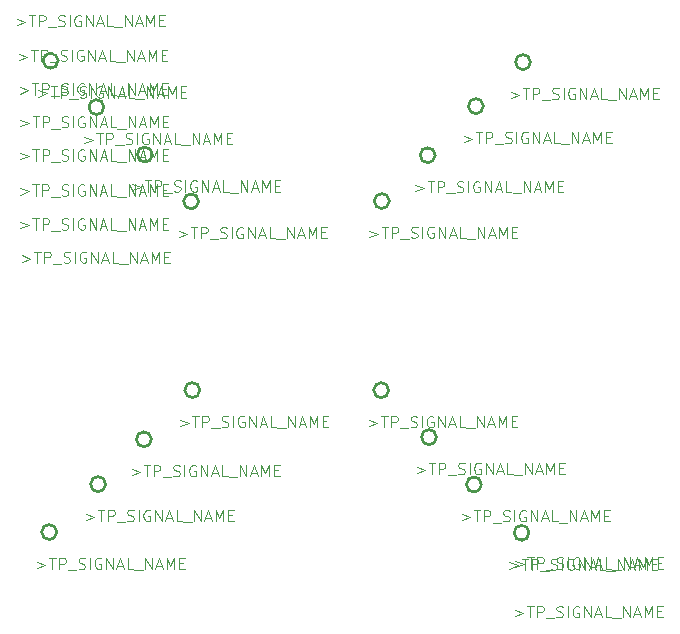
<source format=gbr>
G04 #@! TF.FileFunction,Other,Comment*
%FSLAX46Y46*%
G04 Gerber Fmt 4.6, Leading zero omitted, Abs format (unit mm)*
G04 Created by KiCad (PCBNEW 4.0.6) date 05/08/17 07:18:31*
%MOMM*%
%LPD*%
G01*
G04 APERTURE LIST*
%ADD10C,0.100000*%
%ADD11C,0.254000*%
%ADD12C,0.080000*%
G04 APERTURE END LIST*
D10*
D11*
X139346300Y-114031300D02*
G75*
G03X139346300Y-114031300I-635000J0D01*
G01*
X115206300Y-114212300D02*
G75*
G03X115206300Y-114212300I-635000J0D01*
G01*
X139235300Y-90162300D02*
G75*
G03X139235300Y-90162300I-635000J0D01*
G01*
X115285300Y-90102300D02*
G75*
G03X115285300Y-90102300I-635000J0D01*
G01*
X135301300Y-110058300D02*
G75*
G03X135301300Y-110058300I-635000J0D01*
G01*
X119309300Y-110046300D02*
G75*
G03X119309300Y-110046300I-635000J0D01*
G01*
X135350300Y-94041300D02*
G75*
G03X135350300Y-94041300I-635000J0D01*
G01*
X119203300Y-94067300D02*
G75*
G03X119203300Y-94067300I-635000J0D01*
G01*
X107309300Y-82154300D02*
G75*
G03X107309300Y-82154300I-635000J0D01*
G01*
X107190300Y-122067300D02*
G75*
G03X107190300Y-122067300I-635000J0D01*
G01*
X147187300Y-122128300D02*
G75*
G03X147187300Y-122128300I-635000J0D01*
G01*
X147304300Y-82278300D02*
G75*
G03X147304300Y-82278300I-635000J0D01*
G01*
X111186300Y-86090300D02*
G75*
G03X111186300Y-86090300I-635000J0D01*
G01*
X111331300Y-118013300D02*
G75*
G03X111331300Y-118013300I-635000J0D01*
G01*
X143150300Y-118040300D02*
G75*
G03X143150300Y-118040300I-635000J0D01*
G01*
X143315300Y-86008300D02*
G75*
G03X143315300Y-86008300I-635000J0D01*
G01*
D12*
X137667490Y-116527729D02*
X138391300Y-116799157D01*
X137667490Y-117070586D01*
X138707966Y-116211062D02*
X139250823Y-116211062D01*
X138979395Y-117161062D02*
X138979395Y-116211062D01*
X139567490Y-117161062D02*
X139567490Y-116211062D01*
X139929395Y-116211062D01*
X140019871Y-116256300D01*
X140065110Y-116301538D01*
X140110348Y-116392014D01*
X140110348Y-116527729D01*
X140065110Y-116618205D01*
X140019871Y-116663443D01*
X139929395Y-116708681D01*
X139567490Y-116708681D01*
X140291300Y-117251538D02*
X141015110Y-117251538D01*
X141196062Y-117115824D02*
X141331777Y-117161062D01*
X141557967Y-117161062D01*
X141648443Y-117115824D01*
X141693681Y-117070586D01*
X141738920Y-116980110D01*
X141738920Y-116889633D01*
X141693681Y-116799157D01*
X141648443Y-116753919D01*
X141557967Y-116708681D01*
X141377015Y-116663443D01*
X141286539Y-116618205D01*
X141241300Y-116572967D01*
X141196062Y-116482490D01*
X141196062Y-116392014D01*
X141241300Y-116301538D01*
X141286539Y-116256300D01*
X141377015Y-116211062D01*
X141603205Y-116211062D01*
X141738920Y-116256300D01*
X142146062Y-117161062D02*
X142146062Y-116211062D01*
X143096063Y-116256300D02*
X143005586Y-116211062D01*
X142869872Y-116211062D01*
X142734158Y-116256300D01*
X142643682Y-116346776D01*
X142598443Y-116437252D01*
X142553205Y-116618205D01*
X142553205Y-116753919D01*
X142598443Y-116934871D01*
X142643682Y-117025348D01*
X142734158Y-117115824D01*
X142869872Y-117161062D01*
X142960348Y-117161062D01*
X143096063Y-117115824D01*
X143141301Y-117070586D01*
X143141301Y-116753919D01*
X142960348Y-116753919D01*
X143548443Y-117161062D02*
X143548443Y-116211062D01*
X144091301Y-117161062D01*
X144091301Y-116211062D01*
X144498443Y-116889633D02*
X144950824Y-116889633D01*
X144407967Y-117161062D02*
X144724634Y-116211062D01*
X145041301Y-117161062D01*
X145810348Y-117161062D02*
X145357967Y-117161062D01*
X145357967Y-116211062D01*
X145900825Y-117251538D02*
X146624635Y-117251538D01*
X146850825Y-117161062D02*
X146850825Y-116211062D01*
X147393683Y-117161062D01*
X147393683Y-116211062D01*
X147800825Y-116889633D02*
X148253206Y-116889633D01*
X147710349Y-117161062D02*
X148027016Y-116211062D01*
X148343683Y-117161062D01*
X148660349Y-117161062D02*
X148660349Y-116211062D01*
X148977016Y-116889633D01*
X149293683Y-116211062D01*
X149293683Y-117161062D01*
X149746063Y-116663443D02*
X150062730Y-116663443D01*
X150198444Y-117161062D02*
X149746063Y-117161062D01*
X149746063Y-116211062D01*
X150198444Y-116211062D01*
X113527490Y-116708729D02*
X114251300Y-116980157D01*
X113527490Y-117251586D01*
X114567966Y-116392062D02*
X115110823Y-116392062D01*
X114839395Y-117342062D02*
X114839395Y-116392062D01*
X115427490Y-117342062D02*
X115427490Y-116392062D01*
X115789395Y-116392062D01*
X115879871Y-116437300D01*
X115925110Y-116482538D01*
X115970348Y-116573014D01*
X115970348Y-116708729D01*
X115925110Y-116799205D01*
X115879871Y-116844443D01*
X115789395Y-116889681D01*
X115427490Y-116889681D01*
X116151300Y-117432538D02*
X116875110Y-117432538D01*
X117056062Y-117296824D02*
X117191777Y-117342062D01*
X117417967Y-117342062D01*
X117508443Y-117296824D01*
X117553681Y-117251586D01*
X117598920Y-117161110D01*
X117598920Y-117070633D01*
X117553681Y-116980157D01*
X117508443Y-116934919D01*
X117417967Y-116889681D01*
X117237015Y-116844443D01*
X117146539Y-116799205D01*
X117101300Y-116753967D01*
X117056062Y-116663490D01*
X117056062Y-116573014D01*
X117101300Y-116482538D01*
X117146539Y-116437300D01*
X117237015Y-116392062D01*
X117463205Y-116392062D01*
X117598920Y-116437300D01*
X118006062Y-117342062D02*
X118006062Y-116392062D01*
X118956063Y-116437300D02*
X118865586Y-116392062D01*
X118729872Y-116392062D01*
X118594158Y-116437300D01*
X118503682Y-116527776D01*
X118458443Y-116618252D01*
X118413205Y-116799205D01*
X118413205Y-116934919D01*
X118458443Y-117115871D01*
X118503682Y-117206348D01*
X118594158Y-117296824D01*
X118729872Y-117342062D01*
X118820348Y-117342062D01*
X118956063Y-117296824D01*
X119001301Y-117251586D01*
X119001301Y-116934919D01*
X118820348Y-116934919D01*
X119408443Y-117342062D02*
X119408443Y-116392062D01*
X119951301Y-117342062D01*
X119951301Y-116392062D01*
X120358443Y-117070633D02*
X120810824Y-117070633D01*
X120267967Y-117342062D02*
X120584634Y-116392062D01*
X120901301Y-117342062D01*
X121670348Y-117342062D02*
X121217967Y-117342062D01*
X121217967Y-116392062D01*
X121760825Y-117432538D02*
X122484635Y-117432538D01*
X122710825Y-117342062D02*
X122710825Y-116392062D01*
X123253683Y-117342062D01*
X123253683Y-116392062D01*
X123660825Y-117070633D02*
X124113206Y-117070633D01*
X123570349Y-117342062D02*
X123887016Y-116392062D01*
X124203683Y-117342062D01*
X124520349Y-117342062D02*
X124520349Y-116392062D01*
X124837016Y-117070633D01*
X125153683Y-116392062D01*
X125153683Y-117342062D01*
X125606063Y-116844443D02*
X125922730Y-116844443D01*
X126058444Y-117342062D02*
X125606063Y-117342062D01*
X125606063Y-116392062D01*
X126058444Y-116392062D01*
X137556490Y-92658729D02*
X138280300Y-92930157D01*
X137556490Y-93201586D01*
X138596966Y-92342062D02*
X139139823Y-92342062D01*
X138868395Y-93292062D02*
X138868395Y-92342062D01*
X139456490Y-93292062D02*
X139456490Y-92342062D01*
X139818395Y-92342062D01*
X139908871Y-92387300D01*
X139954110Y-92432538D01*
X139999348Y-92523014D01*
X139999348Y-92658729D01*
X139954110Y-92749205D01*
X139908871Y-92794443D01*
X139818395Y-92839681D01*
X139456490Y-92839681D01*
X140180300Y-93382538D02*
X140904110Y-93382538D01*
X141085062Y-93246824D02*
X141220777Y-93292062D01*
X141446967Y-93292062D01*
X141537443Y-93246824D01*
X141582681Y-93201586D01*
X141627920Y-93111110D01*
X141627920Y-93020633D01*
X141582681Y-92930157D01*
X141537443Y-92884919D01*
X141446967Y-92839681D01*
X141266015Y-92794443D01*
X141175539Y-92749205D01*
X141130300Y-92703967D01*
X141085062Y-92613490D01*
X141085062Y-92523014D01*
X141130300Y-92432538D01*
X141175539Y-92387300D01*
X141266015Y-92342062D01*
X141492205Y-92342062D01*
X141627920Y-92387300D01*
X142035062Y-93292062D02*
X142035062Y-92342062D01*
X142985063Y-92387300D02*
X142894586Y-92342062D01*
X142758872Y-92342062D01*
X142623158Y-92387300D01*
X142532682Y-92477776D01*
X142487443Y-92568252D01*
X142442205Y-92749205D01*
X142442205Y-92884919D01*
X142487443Y-93065871D01*
X142532682Y-93156348D01*
X142623158Y-93246824D01*
X142758872Y-93292062D01*
X142849348Y-93292062D01*
X142985063Y-93246824D01*
X143030301Y-93201586D01*
X143030301Y-92884919D01*
X142849348Y-92884919D01*
X143437443Y-93292062D02*
X143437443Y-92342062D01*
X143980301Y-93292062D01*
X143980301Y-92342062D01*
X144387443Y-93020633D02*
X144839824Y-93020633D01*
X144296967Y-93292062D02*
X144613634Y-92342062D01*
X144930301Y-93292062D01*
X145699348Y-93292062D02*
X145246967Y-93292062D01*
X145246967Y-92342062D01*
X145789825Y-93382538D02*
X146513635Y-93382538D01*
X146739825Y-93292062D02*
X146739825Y-92342062D01*
X147282683Y-93292062D01*
X147282683Y-92342062D01*
X147689825Y-93020633D02*
X148142206Y-93020633D01*
X147599349Y-93292062D02*
X147916016Y-92342062D01*
X148232683Y-93292062D01*
X148549349Y-93292062D02*
X148549349Y-92342062D01*
X148866016Y-93020633D01*
X149182683Y-92342062D01*
X149182683Y-93292062D01*
X149635063Y-92794443D02*
X149951730Y-92794443D01*
X150087444Y-93292062D02*
X149635063Y-93292062D01*
X149635063Y-92342062D01*
X150087444Y-92342062D01*
X113606490Y-92598729D02*
X114330300Y-92870157D01*
X113606490Y-93141586D01*
X114646966Y-92282062D02*
X115189823Y-92282062D01*
X114918395Y-93232062D02*
X114918395Y-92282062D01*
X115506490Y-93232062D02*
X115506490Y-92282062D01*
X115868395Y-92282062D01*
X115958871Y-92327300D01*
X116004110Y-92372538D01*
X116049348Y-92463014D01*
X116049348Y-92598729D01*
X116004110Y-92689205D01*
X115958871Y-92734443D01*
X115868395Y-92779681D01*
X115506490Y-92779681D01*
X116230300Y-93322538D02*
X116954110Y-93322538D01*
X117135062Y-93186824D02*
X117270777Y-93232062D01*
X117496967Y-93232062D01*
X117587443Y-93186824D01*
X117632681Y-93141586D01*
X117677920Y-93051110D01*
X117677920Y-92960633D01*
X117632681Y-92870157D01*
X117587443Y-92824919D01*
X117496967Y-92779681D01*
X117316015Y-92734443D01*
X117225539Y-92689205D01*
X117180300Y-92643967D01*
X117135062Y-92553490D01*
X117135062Y-92463014D01*
X117180300Y-92372538D01*
X117225539Y-92327300D01*
X117316015Y-92282062D01*
X117542205Y-92282062D01*
X117677920Y-92327300D01*
X118085062Y-93232062D02*
X118085062Y-92282062D01*
X119035063Y-92327300D02*
X118944586Y-92282062D01*
X118808872Y-92282062D01*
X118673158Y-92327300D01*
X118582682Y-92417776D01*
X118537443Y-92508252D01*
X118492205Y-92689205D01*
X118492205Y-92824919D01*
X118537443Y-93005871D01*
X118582682Y-93096348D01*
X118673158Y-93186824D01*
X118808872Y-93232062D01*
X118899348Y-93232062D01*
X119035063Y-93186824D01*
X119080301Y-93141586D01*
X119080301Y-92824919D01*
X118899348Y-92824919D01*
X119487443Y-93232062D02*
X119487443Y-92282062D01*
X120030301Y-93232062D01*
X120030301Y-92282062D01*
X120437443Y-92960633D02*
X120889824Y-92960633D01*
X120346967Y-93232062D02*
X120663634Y-92282062D01*
X120980301Y-93232062D01*
X121749348Y-93232062D02*
X121296967Y-93232062D01*
X121296967Y-92282062D01*
X121839825Y-93322538D02*
X122563635Y-93322538D01*
X122789825Y-93232062D02*
X122789825Y-92282062D01*
X123332683Y-93232062D01*
X123332683Y-92282062D01*
X123739825Y-92960633D02*
X124192206Y-92960633D01*
X123649349Y-93232062D02*
X123966016Y-92282062D01*
X124282683Y-93232062D01*
X124599349Y-93232062D02*
X124599349Y-92282062D01*
X124916016Y-92960633D01*
X125232683Y-92282062D01*
X125232683Y-93232062D01*
X125685063Y-92734443D02*
X126001730Y-92734443D01*
X126137444Y-93232062D02*
X125685063Y-93232062D01*
X125685063Y-92282062D01*
X126137444Y-92282062D01*
X133622490Y-112554729D02*
X134346300Y-112826157D01*
X133622490Y-113097586D01*
X134662966Y-112238062D02*
X135205823Y-112238062D01*
X134934395Y-113188062D02*
X134934395Y-112238062D01*
X135522490Y-113188062D02*
X135522490Y-112238062D01*
X135884395Y-112238062D01*
X135974871Y-112283300D01*
X136020110Y-112328538D01*
X136065348Y-112419014D01*
X136065348Y-112554729D01*
X136020110Y-112645205D01*
X135974871Y-112690443D01*
X135884395Y-112735681D01*
X135522490Y-112735681D01*
X136246300Y-113278538D02*
X136970110Y-113278538D01*
X137151062Y-113142824D02*
X137286777Y-113188062D01*
X137512967Y-113188062D01*
X137603443Y-113142824D01*
X137648681Y-113097586D01*
X137693920Y-113007110D01*
X137693920Y-112916633D01*
X137648681Y-112826157D01*
X137603443Y-112780919D01*
X137512967Y-112735681D01*
X137332015Y-112690443D01*
X137241539Y-112645205D01*
X137196300Y-112599967D01*
X137151062Y-112509490D01*
X137151062Y-112419014D01*
X137196300Y-112328538D01*
X137241539Y-112283300D01*
X137332015Y-112238062D01*
X137558205Y-112238062D01*
X137693920Y-112283300D01*
X138101062Y-113188062D02*
X138101062Y-112238062D01*
X139051063Y-112283300D02*
X138960586Y-112238062D01*
X138824872Y-112238062D01*
X138689158Y-112283300D01*
X138598682Y-112373776D01*
X138553443Y-112464252D01*
X138508205Y-112645205D01*
X138508205Y-112780919D01*
X138553443Y-112961871D01*
X138598682Y-113052348D01*
X138689158Y-113142824D01*
X138824872Y-113188062D01*
X138915348Y-113188062D01*
X139051063Y-113142824D01*
X139096301Y-113097586D01*
X139096301Y-112780919D01*
X138915348Y-112780919D01*
X139503443Y-113188062D02*
X139503443Y-112238062D01*
X140046301Y-113188062D01*
X140046301Y-112238062D01*
X140453443Y-112916633D02*
X140905824Y-112916633D01*
X140362967Y-113188062D02*
X140679634Y-112238062D01*
X140996301Y-113188062D01*
X141765348Y-113188062D02*
X141312967Y-113188062D01*
X141312967Y-112238062D01*
X141855825Y-113278538D02*
X142579635Y-113278538D01*
X142805825Y-113188062D02*
X142805825Y-112238062D01*
X143348683Y-113188062D01*
X143348683Y-112238062D01*
X143755825Y-112916633D02*
X144208206Y-112916633D01*
X143665349Y-113188062D02*
X143982016Y-112238062D01*
X144298683Y-113188062D01*
X144615349Y-113188062D02*
X144615349Y-112238062D01*
X144932016Y-112916633D01*
X145248683Y-112238062D01*
X145248683Y-113188062D01*
X145701063Y-112690443D02*
X146017730Y-112690443D01*
X146153444Y-113188062D02*
X145701063Y-113188062D01*
X145701063Y-112238062D01*
X146153444Y-112238062D01*
X117630490Y-112542729D02*
X118354300Y-112814157D01*
X117630490Y-113085586D01*
X118670966Y-112226062D02*
X119213823Y-112226062D01*
X118942395Y-113176062D02*
X118942395Y-112226062D01*
X119530490Y-113176062D02*
X119530490Y-112226062D01*
X119892395Y-112226062D01*
X119982871Y-112271300D01*
X120028110Y-112316538D01*
X120073348Y-112407014D01*
X120073348Y-112542729D01*
X120028110Y-112633205D01*
X119982871Y-112678443D01*
X119892395Y-112723681D01*
X119530490Y-112723681D01*
X120254300Y-113266538D02*
X120978110Y-113266538D01*
X121159062Y-113130824D02*
X121294777Y-113176062D01*
X121520967Y-113176062D01*
X121611443Y-113130824D01*
X121656681Y-113085586D01*
X121701920Y-112995110D01*
X121701920Y-112904633D01*
X121656681Y-112814157D01*
X121611443Y-112768919D01*
X121520967Y-112723681D01*
X121340015Y-112678443D01*
X121249539Y-112633205D01*
X121204300Y-112587967D01*
X121159062Y-112497490D01*
X121159062Y-112407014D01*
X121204300Y-112316538D01*
X121249539Y-112271300D01*
X121340015Y-112226062D01*
X121566205Y-112226062D01*
X121701920Y-112271300D01*
X122109062Y-113176062D02*
X122109062Y-112226062D01*
X123059063Y-112271300D02*
X122968586Y-112226062D01*
X122832872Y-112226062D01*
X122697158Y-112271300D01*
X122606682Y-112361776D01*
X122561443Y-112452252D01*
X122516205Y-112633205D01*
X122516205Y-112768919D01*
X122561443Y-112949871D01*
X122606682Y-113040348D01*
X122697158Y-113130824D01*
X122832872Y-113176062D01*
X122923348Y-113176062D01*
X123059063Y-113130824D01*
X123104301Y-113085586D01*
X123104301Y-112768919D01*
X122923348Y-112768919D01*
X123511443Y-113176062D02*
X123511443Y-112226062D01*
X124054301Y-113176062D01*
X124054301Y-112226062D01*
X124461443Y-112904633D02*
X124913824Y-112904633D01*
X124370967Y-113176062D02*
X124687634Y-112226062D01*
X125004301Y-113176062D01*
X125773348Y-113176062D02*
X125320967Y-113176062D01*
X125320967Y-112226062D01*
X125863825Y-113266538D02*
X126587635Y-113266538D01*
X126813825Y-113176062D02*
X126813825Y-112226062D01*
X127356683Y-113176062D01*
X127356683Y-112226062D01*
X127763825Y-112904633D02*
X128216206Y-112904633D01*
X127673349Y-113176062D02*
X127990016Y-112226062D01*
X128306683Y-113176062D01*
X128623349Y-113176062D02*
X128623349Y-112226062D01*
X128940016Y-112904633D01*
X129256683Y-112226062D01*
X129256683Y-113176062D01*
X129709063Y-112678443D02*
X130025730Y-112678443D01*
X130161444Y-113176062D02*
X129709063Y-113176062D01*
X129709063Y-112226062D01*
X130161444Y-112226062D01*
X133671490Y-96537729D02*
X134395300Y-96809157D01*
X133671490Y-97080586D01*
X134711966Y-96221062D02*
X135254823Y-96221062D01*
X134983395Y-97171062D02*
X134983395Y-96221062D01*
X135571490Y-97171062D02*
X135571490Y-96221062D01*
X135933395Y-96221062D01*
X136023871Y-96266300D01*
X136069110Y-96311538D01*
X136114348Y-96402014D01*
X136114348Y-96537729D01*
X136069110Y-96628205D01*
X136023871Y-96673443D01*
X135933395Y-96718681D01*
X135571490Y-96718681D01*
X136295300Y-97261538D02*
X137019110Y-97261538D01*
X137200062Y-97125824D02*
X137335777Y-97171062D01*
X137561967Y-97171062D01*
X137652443Y-97125824D01*
X137697681Y-97080586D01*
X137742920Y-96990110D01*
X137742920Y-96899633D01*
X137697681Y-96809157D01*
X137652443Y-96763919D01*
X137561967Y-96718681D01*
X137381015Y-96673443D01*
X137290539Y-96628205D01*
X137245300Y-96582967D01*
X137200062Y-96492490D01*
X137200062Y-96402014D01*
X137245300Y-96311538D01*
X137290539Y-96266300D01*
X137381015Y-96221062D01*
X137607205Y-96221062D01*
X137742920Y-96266300D01*
X138150062Y-97171062D02*
X138150062Y-96221062D01*
X139100063Y-96266300D02*
X139009586Y-96221062D01*
X138873872Y-96221062D01*
X138738158Y-96266300D01*
X138647682Y-96356776D01*
X138602443Y-96447252D01*
X138557205Y-96628205D01*
X138557205Y-96763919D01*
X138602443Y-96944871D01*
X138647682Y-97035348D01*
X138738158Y-97125824D01*
X138873872Y-97171062D01*
X138964348Y-97171062D01*
X139100063Y-97125824D01*
X139145301Y-97080586D01*
X139145301Y-96763919D01*
X138964348Y-96763919D01*
X139552443Y-97171062D02*
X139552443Y-96221062D01*
X140095301Y-97171062D01*
X140095301Y-96221062D01*
X140502443Y-96899633D02*
X140954824Y-96899633D01*
X140411967Y-97171062D02*
X140728634Y-96221062D01*
X141045301Y-97171062D01*
X141814348Y-97171062D02*
X141361967Y-97171062D01*
X141361967Y-96221062D01*
X141904825Y-97261538D02*
X142628635Y-97261538D01*
X142854825Y-97171062D02*
X142854825Y-96221062D01*
X143397683Y-97171062D01*
X143397683Y-96221062D01*
X143804825Y-96899633D02*
X144257206Y-96899633D01*
X143714349Y-97171062D02*
X144031016Y-96221062D01*
X144347683Y-97171062D01*
X144664349Y-97171062D02*
X144664349Y-96221062D01*
X144981016Y-96899633D01*
X145297683Y-96221062D01*
X145297683Y-97171062D01*
X145750063Y-96673443D02*
X146066730Y-96673443D01*
X146202444Y-97171062D02*
X145750063Y-97171062D01*
X145750063Y-96221062D01*
X146202444Y-96221062D01*
X117524490Y-96563729D02*
X118248300Y-96835157D01*
X117524490Y-97106586D01*
X118564966Y-96247062D02*
X119107823Y-96247062D01*
X118836395Y-97197062D02*
X118836395Y-96247062D01*
X119424490Y-97197062D02*
X119424490Y-96247062D01*
X119786395Y-96247062D01*
X119876871Y-96292300D01*
X119922110Y-96337538D01*
X119967348Y-96428014D01*
X119967348Y-96563729D01*
X119922110Y-96654205D01*
X119876871Y-96699443D01*
X119786395Y-96744681D01*
X119424490Y-96744681D01*
X120148300Y-97287538D02*
X120872110Y-97287538D01*
X121053062Y-97151824D02*
X121188777Y-97197062D01*
X121414967Y-97197062D01*
X121505443Y-97151824D01*
X121550681Y-97106586D01*
X121595920Y-97016110D01*
X121595920Y-96925633D01*
X121550681Y-96835157D01*
X121505443Y-96789919D01*
X121414967Y-96744681D01*
X121234015Y-96699443D01*
X121143539Y-96654205D01*
X121098300Y-96608967D01*
X121053062Y-96518490D01*
X121053062Y-96428014D01*
X121098300Y-96337538D01*
X121143539Y-96292300D01*
X121234015Y-96247062D01*
X121460205Y-96247062D01*
X121595920Y-96292300D01*
X122003062Y-97197062D02*
X122003062Y-96247062D01*
X122953063Y-96292300D02*
X122862586Y-96247062D01*
X122726872Y-96247062D01*
X122591158Y-96292300D01*
X122500682Y-96382776D01*
X122455443Y-96473252D01*
X122410205Y-96654205D01*
X122410205Y-96789919D01*
X122455443Y-96970871D01*
X122500682Y-97061348D01*
X122591158Y-97151824D01*
X122726872Y-97197062D01*
X122817348Y-97197062D01*
X122953063Y-97151824D01*
X122998301Y-97106586D01*
X122998301Y-96789919D01*
X122817348Y-96789919D01*
X123405443Y-97197062D02*
X123405443Y-96247062D01*
X123948301Y-97197062D01*
X123948301Y-96247062D01*
X124355443Y-96925633D02*
X124807824Y-96925633D01*
X124264967Y-97197062D02*
X124581634Y-96247062D01*
X124898301Y-97197062D01*
X125667348Y-97197062D02*
X125214967Y-97197062D01*
X125214967Y-96247062D01*
X125757825Y-97287538D02*
X126481635Y-97287538D01*
X126707825Y-97197062D02*
X126707825Y-96247062D01*
X127250683Y-97197062D01*
X127250683Y-96247062D01*
X127657825Y-96925633D02*
X128110206Y-96925633D01*
X127567349Y-97197062D02*
X127884016Y-96247062D01*
X128200683Y-97197062D01*
X128517349Y-97197062D02*
X128517349Y-96247062D01*
X128834016Y-96925633D01*
X129150683Y-96247062D01*
X129150683Y-97197062D01*
X129603063Y-96699443D02*
X129919730Y-96699443D01*
X130055444Y-97197062D02*
X129603063Y-97197062D01*
X129603063Y-96247062D01*
X130055444Y-96247062D01*
X105630490Y-84650729D02*
X106354300Y-84922157D01*
X105630490Y-85193586D01*
X106670966Y-84334062D02*
X107213823Y-84334062D01*
X106942395Y-85284062D02*
X106942395Y-84334062D01*
X107530490Y-85284062D02*
X107530490Y-84334062D01*
X107892395Y-84334062D01*
X107982871Y-84379300D01*
X108028110Y-84424538D01*
X108073348Y-84515014D01*
X108073348Y-84650729D01*
X108028110Y-84741205D01*
X107982871Y-84786443D01*
X107892395Y-84831681D01*
X107530490Y-84831681D01*
X108254300Y-85374538D02*
X108978110Y-85374538D01*
X109159062Y-85238824D02*
X109294777Y-85284062D01*
X109520967Y-85284062D01*
X109611443Y-85238824D01*
X109656681Y-85193586D01*
X109701920Y-85103110D01*
X109701920Y-85012633D01*
X109656681Y-84922157D01*
X109611443Y-84876919D01*
X109520967Y-84831681D01*
X109340015Y-84786443D01*
X109249539Y-84741205D01*
X109204300Y-84695967D01*
X109159062Y-84605490D01*
X109159062Y-84515014D01*
X109204300Y-84424538D01*
X109249539Y-84379300D01*
X109340015Y-84334062D01*
X109566205Y-84334062D01*
X109701920Y-84379300D01*
X110109062Y-85284062D02*
X110109062Y-84334062D01*
X111059063Y-84379300D02*
X110968586Y-84334062D01*
X110832872Y-84334062D01*
X110697158Y-84379300D01*
X110606682Y-84469776D01*
X110561443Y-84560252D01*
X110516205Y-84741205D01*
X110516205Y-84876919D01*
X110561443Y-85057871D01*
X110606682Y-85148348D01*
X110697158Y-85238824D01*
X110832872Y-85284062D01*
X110923348Y-85284062D01*
X111059063Y-85238824D01*
X111104301Y-85193586D01*
X111104301Y-84876919D01*
X110923348Y-84876919D01*
X111511443Y-85284062D02*
X111511443Y-84334062D01*
X112054301Y-85284062D01*
X112054301Y-84334062D01*
X112461443Y-85012633D02*
X112913824Y-85012633D01*
X112370967Y-85284062D02*
X112687634Y-84334062D01*
X113004301Y-85284062D01*
X113773348Y-85284062D02*
X113320967Y-85284062D01*
X113320967Y-84334062D01*
X113863825Y-85374538D02*
X114587635Y-85374538D01*
X114813825Y-85284062D02*
X114813825Y-84334062D01*
X115356683Y-85284062D01*
X115356683Y-84334062D01*
X115763825Y-85012633D02*
X116216206Y-85012633D01*
X115673349Y-85284062D02*
X115990016Y-84334062D01*
X116306683Y-85284062D01*
X116623349Y-85284062D02*
X116623349Y-84334062D01*
X116940016Y-85012633D01*
X117256683Y-84334062D01*
X117256683Y-85284062D01*
X117709063Y-84786443D02*
X118025730Y-84786443D01*
X118161444Y-85284062D02*
X117709063Y-85284062D01*
X117709063Y-84334062D01*
X118161444Y-84334062D01*
X105511490Y-124563729D02*
X106235300Y-124835157D01*
X105511490Y-125106586D01*
X106551966Y-124247062D02*
X107094823Y-124247062D01*
X106823395Y-125197062D02*
X106823395Y-124247062D01*
X107411490Y-125197062D02*
X107411490Y-124247062D01*
X107773395Y-124247062D01*
X107863871Y-124292300D01*
X107909110Y-124337538D01*
X107954348Y-124428014D01*
X107954348Y-124563729D01*
X107909110Y-124654205D01*
X107863871Y-124699443D01*
X107773395Y-124744681D01*
X107411490Y-124744681D01*
X108135300Y-125287538D02*
X108859110Y-125287538D01*
X109040062Y-125151824D02*
X109175777Y-125197062D01*
X109401967Y-125197062D01*
X109492443Y-125151824D01*
X109537681Y-125106586D01*
X109582920Y-125016110D01*
X109582920Y-124925633D01*
X109537681Y-124835157D01*
X109492443Y-124789919D01*
X109401967Y-124744681D01*
X109221015Y-124699443D01*
X109130539Y-124654205D01*
X109085300Y-124608967D01*
X109040062Y-124518490D01*
X109040062Y-124428014D01*
X109085300Y-124337538D01*
X109130539Y-124292300D01*
X109221015Y-124247062D01*
X109447205Y-124247062D01*
X109582920Y-124292300D01*
X109990062Y-125197062D02*
X109990062Y-124247062D01*
X110940063Y-124292300D02*
X110849586Y-124247062D01*
X110713872Y-124247062D01*
X110578158Y-124292300D01*
X110487682Y-124382776D01*
X110442443Y-124473252D01*
X110397205Y-124654205D01*
X110397205Y-124789919D01*
X110442443Y-124970871D01*
X110487682Y-125061348D01*
X110578158Y-125151824D01*
X110713872Y-125197062D01*
X110804348Y-125197062D01*
X110940063Y-125151824D01*
X110985301Y-125106586D01*
X110985301Y-124789919D01*
X110804348Y-124789919D01*
X111392443Y-125197062D02*
X111392443Y-124247062D01*
X111935301Y-125197062D01*
X111935301Y-124247062D01*
X112342443Y-124925633D02*
X112794824Y-124925633D01*
X112251967Y-125197062D02*
X112568634Y-124247062D01*
X112885301Y-125197062D01*
X113654348Y-125197062D02*
X113201967Y-125197062D01*
X113201967Y-124247062D01*
X113744825Y-125287538D02*
X114468635Y-125287538D01*
X114694825Y-125197062D02*
X114694825Y-124247062D01*
X115237683Y-125197062D01*
X115237683Y-124247062D01*
X115644825Y-124925633D02*
X116097206Y-124925633D01*
X115554349Y-125197062D02*
X115871016Y-124247062D01*
X116187683Y-125197062D01*
X116504349Y-125197062D02*
X116504349Y-124247062D01*
X116821016Y-124925633D01*
X117137683Y-124247062D01*
X117137683Y-125197062D01*
X117590063Y-124699443D02*
X117906730Y-124699443D01*
X118042444Y-125197062D02*
X117590063Y-125197062D01*
X117590063Y-124247062D01*
X118042444Y-124247062D01*
X145508490Y-124624729D02*
X146232300Y-124896157D01*
X145508490Y-125167586D01*
X146548966Y-124308062D02*
X147091823Y-124308062D01*
X146820395Y-125258062D02*
X146820395Y-124308062D01*
X147408490Y-125258062D02*
X147408490Y-124308062D01*
X147770395Y-124308062D01*
X147860871Y-124353300D01*
X147906110Y-124398538D01*
X147951348Y-124489014D01*
X147951348Y-124624729D01*
X147906110Y-124715205D01*
X147860871Y-124760443D01*
X147770395Y-124805681D01*
X147408490Y-124805681D01*
X148132300Y-125348538D02*
X148856110Y-125348538D01*
X149037062Y-125212824D02*
X149172777Y-125258062D01*
X149398967Y-125258062D01*
X149489443Y-125212824D01*
X149534681Y-125167586D01*
X149579920Y-125077110D01*
X149579920Y-124986633D01*
X149534681Y-124896157D01*
X149489443Y-124850919D01*
X149398967Y-124805681D01*
X149218015Y-124760443D01*
X149127539Y-124715205D01*
X149082300Y-124669967D01*
X149037062Y-124579490D01*
X149037062Y-124489014D01*
X149082300Y-124398538D01*
X149127539Y-124353300D01*
X149218015Y-124308062D01*
X149444205Y-124308062D01*
X149579920Y-124353300D01*
X149987062Y-125258062D02*
X149987062Y-124308062D01*
X150937063Y-124353300D02*
X150846586Y-124308062D01*
X150710872Y-124308062D01*
X150575158Y-124353300D01*
X150484682Y-124443776D01*
X150439443Y-124534252D01*
X150394205Y-124715205D01*
X150394205Y-124850919D01*
X150439443Y-125031871D01*
X150484682Y-125122348D01*
X150575158Y-125212824D01*
X150710872Y-125258062D01*
X150801348Y-125258062D01*
X150937063Y-125212824D01*
X150982301Y-125167586D01*
X150982301Y-124850919D01*
X150801348Y-124850919D01*
X151389443Y-125258062D02*
X151389443Y-124308062D01*
X151932301Y-125258062D01*
X151932301Y-124308062D01*
X152339443Y-124986633D02*
X152791824Y-124986633D01*
X152248967Y-125258062D02*
X152565634Y-124308062D01*
X152882301Y-125258062D01*
X153651348Y-125258062D02*
X153198967Y-125258062D01*
X153198967Y-124308062D01*
X153741825Y-125348538D02*
X154465635Y-125348538D01*
X154691825Y-125258062D02*
X154691825Y-124308062D01*
X155234683Y-125258062D01*
X155234683Y-124308062D01*
X155641825Y-124986633D02*
X156094206Y-124986633D01*
X155551349Y-125258062D02*
X155868016Y-124308062D01*
X156184683Y-125258062D01*
X156501349Y-125258062D02*
X156501349Y-124308062D01*
X156818016Y-124986633D01*
X157134683Y-124308062D01*
X157134683Y-125258062D01*
X157587063Y-124760443D02*
X157903730Y-124760443D01*
X158039444Y-125258062D02*
X157587063Y-125258062D01*
X157587063Y-124308062D01*
X158039444Y-124308062D01*
X145625490Y-84774729D02*
X146349300Y-85046157D01*
X145625490Y-85317586D01*
X146665966Y-84458062D02*
X147208823Y-84458062D01*
X146937395Y-85408062D02*
X146937395Y-84458062D01*
X147525490Y-85408062D02*
X147525490Y-84458062D01*
X147887395Y-84458062D01*
X147977871Y-84503300D01*
X148023110Y-84548538D01*
X148068348Y-84639014D01*
X148068348Y-84774729D01*
X148023110Y-84865205D01*
X147977871Y-84910443D01*
X147887395Y-84955681D01*
X147525490Y-84955681D01*
X148249300Y-85498538D02*
X148973110Y-85498538D01*
X149154062Y-85362824D02*
X149289777Y-85408062D01*
X149515967Y-85408062D01*
X149606443Y-85362824D01*
X149651681Y-85317586D01*
X149696920Y-85227110D01*
X149696920Y-85136633D01*
X149651681Y-85046157D01*
X149606443Y-85000919D01*
X149515967Y-84955681D01*
X149335015Y-84910443D01*
X149244539Y-84865205D01*
X149199300Y-84819967D01*
X149154062Y-84729490D01*
X149154062Y-84639014D01*
X149199300Y-84548538D01*
X149244539Y-84503300D01*
X149335015Y-84458062D01*
X149561205Y-84458062D01*
X149696920Y-84503300D01*
X150104062Y-85408062D02*
X150104062Y-84458062D01*
X151054063Y-84503300D02*
X150963586Y-84458062D01*
X150827872Y-84458062D01*
X150692158Y-84503300D01*
X150601682Y-84593776D01*
X150556443Y-84684252D01*
X150511205Y-84865205D01*
X150511205Y-85000919D01*
X150556443Y-85181871D01*
X150601682Y-85272348D01*
X150692158Y-85362824D01*
X150827872Y-85408062D01*
X150918348Y-85408062D01*
X151054063Y-85362824D01*
X151099301Y-85317586D01*
X151099301Y-85000919D01*
X150918348Y-85000919D01*
X151506443Y-85408062D02*
X151506443Y-84458062D01*
X152049301Y-85408062D01*
X152049301Y-84458062D01*
X152456443Y-85136633D02*
X152908824Y-85136633D01*
X152365967Y-85408062D02*
X152682634Y-84458062D01*
X152999301Y-85408062D01*
X153768348Y-85408062D02*
X153315967Y-85408062D01*
X153315967Y-84458062D01*
X153858825Y-85498538D02*
X154582635Y-85498538D01*
X154808825Y-85408062D02*
X154808825Y-84458062D01*
X155351683Y-85408062D01*
X155351683Y-84458062D01*
X155758825Y-85136633D02*
X156211206Y-85136633D01*
X155668349Y-85408062D02*
X155985016Y-84458062D01*
X156301683Y-85408062D01*
X156618349Y-85408062D02*
X156618349Y-84458062D01*
X156935016Y-85136633D01*
X157251683Y-84458062D01*
X157251683Y-85408062D01*
X157704063Y-84910443D02*
X158020730Y-84910443D01*
X158156444Y-85408062D02*
X157704063Y-85408062D01*
X157704063Y-84458062D01*
X158156444Y-84458062D01*
X109507490Y-88586729D02*
X110231300Y-88858157D01*
X109507490Y-89129586D01*
X110547966Y-88270062D02*
X111090823Y-88270062D01*
X110819395Y-89220062D02*
X110819395Y-88270062D01*
X111407490Y-89220062D02*
X111407490Y-88270062D01*
X111769395Y-88270062D01*
X111859871Y-88315300D01*
X111905110Y-88360538D01*
X111950348Y-88451014D01*
X111950348Y-88586729D01*
X111905110Y-88677205D01*
X111859871Y-88722443D01*
X111769395Y-88767681D01*
X111407490Y-88767681D01*
X112131300Y-89310538D02*
X112855110Y-89310538D01*
X113036062Y-89174824D02*
X113171777Y-89220062D01*
X113397967Y-89220062D01*
X113488443Y-89174824D01*
X113533681Y-89129586D01*
X113578920Y-89039110D01*
X113578920Y-88948633D01*
X113533681Y-88858157D01*
X113488443Y-88812919D01*
X113397967Y-88767681D01*
X113217015Y-88722443D01*
X113126539Y-88677205D01*
X113081300Y-88631967D01*
X113036062Y-88541490D01*
X113036062Y-88451014D01*
X113081300Y-88360538D01*
X113126539Y-88315300D01*
X113217015Y-88270062D01*
X113443205Y-88270062D01*
X113578920Y-88315300D01*
X113986062Y-89220062D02*
X113986062Y-88270062D01*
X114936063Y-88315300D02*
X114845586Y-88270062D01*
X114709872Y-88270062D01*
X114574158Y-88315300D01*
X114483682Y-88405776D01*
X114438443Y-88496252D01*
X114393205Y-88677205D01*
X114393205Y-88812919D01*
X114438443Y-88993871D01*
X114483682Y-89084348D01*
X114574158Y-89174824D01*
X114709872Y-89220062D01*
X114800348Y-89220062D01*
X114936063Y-89174824D01*
X114981301Y-89129586D01*
X114981301Y-88812919D01*
X114800348Y-88812919D01*
X115388443Y-89220062D02*
X115388443Y-88270062D01*
X115931301Y-89220062D01*
X115931301Y-88270062D01*
X116338443Y-88948633D02*
X116790824Y-88948633D01*
X116247967Y-89220062D02*
X116564634Y-88270062D01*
X116881301Y-89220062D01*
X117650348Y-89220062D02*
X117197967Y-89220062D01*
X117197967Y-88270062D01*
X117740825Y-89310538D02*
X118464635Y-89310538D01*
X118690825Y-89220062D02*
X118690825Y-88270062D01*
X119233683Y-89220062D01*
X119233683Y-88270062D01*
X119640825Y-88948633D02*
X120093206Y-88948633D01*
X119550349Y-89220062D02*
X119867016Y-88270062D01*
X120183683Y-89220062D01*
X120500349Y-89220062D02*
X120500349Y-88270062D01*
X120817016Y-88948633D01*
X121133683Y-88270062D01*
X121133683Y-89220062D01*
X121586063Y-88722443D02*
X121902730Y-88722443D01*
X122038444Y-89220062D02*
X121586063Y-89220062D01*
X121586063Y-88270062D01*
X122038444Y-88270062D01*
X109652490Y-120509729D02*
X110376300Y-120781157D01*
X109652490Y-121052586D01*
X110692966Y-120193062D02*
X111235823Y-120193062D01*
X110964395Y-121143062D02*
X110964395Y-120193062D01*
X111552490Y-121143062D02*
X111552490Y-120193062D01*
X111914395Y-120193062D01*
X112004871Y-120238300D01*
X112050110Y-120283538D01*
X112095348Y-120374014D01*
X112095348Y-120509729D01*
X112050110Y-120600205D01*
X112004871Y-120645443D01*
X111914395Y-120690681D01*
X111552490Y-120690681D01*
X112276300Y-121233538D02*
X113000110Y-121233538D01*
X113181062Y-121097824D02*
X113316777Y-121143062D01*
X113542967Y-121143062D01*
X113633443Y-121097824D01*
X113678681Y-121052586D01*
X113723920Y-120962110D01*
X113723920Y-120871633D01*
X113678681Y-120781157D01*
X113633443Y-120735919D01*
X113542967Y-120690681D01*
X113362015Y-120645443D01*
X113271539Y-120600205D01*
X113226300Y-120554967D01*
X113181062Y-120464490D01*
X113181062Y-120374014D01*
X113226300Y-120283538D01*
X113271539Y-120238300D01*
X113362015Y-120193062D01*
X113588205Y-120193062D01*
X113723920Y-120238300D01*
X114131062Y-121143062D02*
X114131062Y-120193062D01*
X115081063Y-120238300D02*
X114990586Y-120193062D01*
X114854872Y-120193062D01*
X114719158Y-120238300D01*
X114628682Y-120328776D01*
X114583443Y-120419252D01*
X114538205Y-120600205D01*
X114538205Y-120735919D01*
X114583443Y-120916871D01*
X114628682Y-121007348D01*
X114719158Y-121097824D01*
X114854872Y-121143062D01*
X114945348Y-121143062D01*
X115081063Y-121097824D01*
X115126301Y-121052586D01*
X115126301Y-120735919D01*
X114945348Y-120735919D01*
X115533443Y-121143062D02*
X115533443Y-120193062D01*
X116076301Y-121143062D01*
X116076301Y-120193062D01*
X116483443Y-120871633D02*
X116935824Y-120871633D01*
X116392967Y-121143062D02*
X116709634Y-120193062D01*
X117026301Y-121143062D01*
X117795348Y-121143062D02*
X117342967Y-121143062D01*
X117342967Y-120193062D01*
X117885825Y-121233538D02*
X118609635Y-121233538D01*
X118835825Y-121143062D02*
X118835825Y-120193062D01*
X119378683Y-121143062D01*
X119378683Y-120193062D01*
X119785825Y-120871633D02*
X120238206Y-120871633D01*
X119695349Y-121143062D02*
X120012016Y-120193062D01*
X120328683Y-121143062D01*
X120645349Y-121143062D02*
X120645349Y-120193062D01*
X120962016Y-120871633D01*
X121278683Y-120193062D01*
X121278683Y-121143062D01*
X121731063Y-120645443D02*
X122047730Y-120645443D01*
X122183444Y-121143062D02*
X121731063Y-121143062D01*
X121731063Y-120193062D01*
X122183444Y-120193062D01*
X141471490Y-120536729D02*
X142195300Y-120808157D01*
X141471490Y-121079586D01*
X142511966Y-120220062D02*
X143054823Y-120220062D01*
X142783395Y-121170062D02*
X142783395Y-120220062D01*
X143371490Y-121170062D02*
X143371490Y-120220062D01*
X143733395Y-120220062D01*
X143823871Y-120265300D01*
X143869110Y-120310538D01*
X143914348Y-120401014D01*
X143914348Y-120536729D01*
X143869110Y-120627205D01*
X143823871Y-120672443D01*
X143733395Y-120717681D01*
X143371490Y-120717681D01*
X144095300Y-121260538D02*
X144819110Y-121260538D01*
X145000062Y-121124824D02*
X145135777Y-121170062D01*
X145361967Y-121170062D01*
X145452443Y-121124824D01*
X145497681Y-121079586D01*
X145542920Y-120989110D01*
X145542920Y-120898633D01*
X145497681Y-120808157D01*
X145452443Y-120762919D01*
X145361967Y-120717681D01*
X145181015Y-120672443D01*
X145090539Y-120627205D01*
X145045300Y-120581967D01*
X145000062Y-120491490D01*
X145000062Y-120401014D01*
X145045300Y-120310538D01*
X145090539Y-120265300D01*
X145181015Y-120220062D01*
X145407205Y-120220062D01*
X145542920Y-120265300D01*
X145950062Y-121170062D02*
X145950062Y-120220062D01*
X146900063Y-120265300D02*
X146809586Y-120220062D01*
X146673872Y-120220062D01*
X146538158Y-120265300D01*
X146447682Y-120355776D01*
X146402443Y-120446252D01*
X146357205Y-120627205D01*
X146357205Y-120762919D01*
X146402443Y-120943871D01*
X146447682Y-121034348D01*
X146538158Y-121124824D01*
X146673872Y-121170062D01*
X146764348Y-121170062D01*
X146900063Y-121124824D01*
X146945301Y-121079586D01*
X146945301Y-120762919D01*
X146764348Y-120762919D01*
X147352443Y-121170062D02*
X147352443Y-120220062D01*
X147895301Y-121170062D01*
X147895301Y-120220062D01*
X148302443Y-120898633D02*
X148754824Y-120898633D01*
X148211967Y-121170062D02*
X148528634Y-120220062D01*
X148845301Y-121170062D01*
X149614348Y-121170062D02*
X149161967Y-121170062D01*
X149161967Y-120220062D01*
X149704825Y-121260538D02*
X150428635Y-121260538D01*
X150654825Y-121170062D02*
X150654825Y-120220062D01*
X151197683Y-121170062D01*
X151197683Y-120220062D01*
X151604825Y-120898633D02*
X152057206Y-120898633D01*
X151514349Y-121170062D02*
X151831016Y-120220062D01*
X152147683Y-121170062D01*
X152464349Y-121170062D02*
X152464349Y-120220062D01*
X152781016Y-120898633D01*
X153097683Y-120220062D01*
X153097683Y-121170062D01*
X153550063Y-120672443D02*
X153866730Y-120672443D01*
X154002444Y-121170062D02*
X153550063Y-121170062D01*
X153550063Y-120220062D01*
X154002444Y-120220062D01*
X141636490Y-88504729D02*
X142360300Y-88776157D01*
X141636490Y-89047586D01*
X142676966Y-88188062D02*
X143219823Y-88188062D01*
X142948395Y-89138062D02*
X142948395Y-88188062D01*
X143536490Y-89138062D02*
X143536490Y-88188062D01*
X143898395Y-88188062D01*
X143988871Y-88233300D01*
X144034110Y-88278538D01*
X144079348Y-88369014D01*
X144079348Y-88504729D01*
X144034110Y-88595205D01*
X143988871Y-88640443D01*
X143898395Y-88685681D01*
X143536490Y-88685681D01*
X144260300Y-89228538D02*
X144984110Y-89228538D01*
X145165062Y-89092824D02*
X145300777Y-89138062D01*
X145526967Y-89138062D01*
X145617443Y-89092824D01*
X145662681Y-89047586D01*
X145707920Y-88957110D01*
X145707920Y-88866633D01*
X145662681Y-88776157D01*
X145617443Y-88730919D01*
X145526967Y-88685681D01*
X145346015Y-88640443D01*
X145255539Y-88595205D01*
X145210300Y-88549967D01*
X145165062Y-88459490D01*
X145165062Y-88369014D01*
X145210300Y-88278538D01*
X145255539Y-88233300D01*
X145346015Y-88188062D01*
X145572205Y-88188062D01*
X145707920Y-88233300D01*
X146115062Y-89138062D02*
X146115062Y-88188062D01*
X147065063Y-88233300D02*
X146974586Y-88188062D01*
X146838872Y-88188062D01*
X146703158Y-88233300D01*
X146612682Y-88323776D01*
X146567443Y-88414252D01*
X146522205Y-88595205D01*
X146522205Y-88730919D01*
X146567443Y-88911871D01*
X146612682Y-89002348D01*
X146703158Y-89092824D01*
X146838872Y-89138062D01*
X146929348Y-89138062D01*
X147065063Y-89092824D01*
X147110301Y-89047586D01*
X147110301Y-88730919D01*
X146929348Y-88730919D01*
X147517443Y-89138062D02*
X147517443Y-88188062D01*
X148060301Y-89138062D01*
X148060301Y-88188062D01*
X148467443Y-88866633D02*
X148919824Y-88866633D01*
X148376967Y-89138062D02*
X148693634Y-88188062D01*
X149010301Y-89138062D01*
X149779348Y-89138062D02*
X149326967Y-89138062D01*
X149326967Y-88188062D01*
X149869825Y-89228538D02*
X150593635Y-89228538D01*
X150819825Y-89138062D02*
X150819825Y-88188062D01*
X151362683Y-89138062D01*
X151362683Y-88188062D01*
X151769825Y-88866633D02*
X152222206Y-88866633D01*
X151679349Y-89138062D02*
X151996016Y-88188062D01*
X152312683Y-89138062D01*
X152629349Y-89138062D02*
X152629349Y-88188062D01*
X152946016Y-88866633D01*
X153262683Y-88188062D01*
X153262683Y-89138062D01*
X153715063Y-88640443D02*
X154031730Y-88640443D01*
X154167444Y-89138062D02*
X153715063Y-89138062D01*
X153715063Y-88188062D01*
X154167444Y-88188062D01*
X145998890Y-124519329D02*
X146722700Y-124790757D01*
X145998890Y-125062186D01*
X147039366Y-124202662D02*
X147582223Y-124202662D01*
X147310795Y-125152662D02*
X147310795Y-124202662D01*
X147898890Y-125152662D02*
X147898890Y-124202662D01*
X148260795Y-124202662D01*
X148351271Y-124247900D01*
X148396510Y-124293138D01*
X148441748Y-124383614D01*
X148441748Y-124519329D01*
X148396510Y-124609805D01*
X148351271Y-124655043D01*
X148260795Y-124700281D01*
X147898890Y-124700281D01*
X148622700Y-125243138D02*
X149346510Y-125243138D01*
X149527462Y-125107424D02*
X149663177Y-125152662D01*
X149889367Y-125152662D01*
X149979843Y-125107424D01*
X150025081Y-125062186D01*
X150070320Y-124971710D01*
X150070320Y-124881233D01*
X150025081Y-124790757D01*
X149979843Y-124745519D01*
X149889367Y-124700281D01*
X149708415Y-124655043D01*
X149617939Y-124609805D01*
X149572700Y-124564567D01*
X149527462Y-124474090D01*
X149527462Y-124383614D01*
X149572700Y-124293138D01*
X149617939Y-124247900D01*
X149708415Y-124202662D01*
X149934605Y-124202662D01*
X150070320Y-124247900D01*
X150477462Y-125152662D02*
X150477462Y-124202662D01*
X151427463Y-124247900D02*
X151336986Y-124202662D01*
X151201272Y-124202662D01*
X151065558Y-124247900D01*
X150975082Y-124338376D01*
X150929843Y-124428852D01*
X150884605Y-124609805D01*
X150884605Y-124745519D01*
X150929843Y-124926471D01*
X150975082Y-125016948D01*
X151065558Y-125107424D01*
X151201272Y-125152662D01*
X151291748Y-125152662D01*
X151427463Y-125107424D01*
X151472701Y-125062186D01*
X151472701Y-124745519D01*
X151291748Y-124745519D01*
X151879843Y-125152662D02*
X151879843Y-124202662D01*
X152422701Y-125152662D01*
X152422701Y-124202662D01*
X152829843Y-124881233D02*
X153282224Y-124881233D01*
X152739367Y-125152662D02*
X153056034Y-124202662D01*
X153372701Y-125152662D01*
X154141748Y-125152662D02*
X153689367Y-125152662D01*
X153689367Y-124202662D01*
X154232225Y-125243138D02*
X154956035Y-125243138D01*
X155182225Y-125152662D02*
X155182225Y-124202662D01*
X155725083Y-125152662D01*
X155725083Y-124202662D01*
X156132225Y-124881233D02*
X156584606Y-124881233D01*
X156041749Y-125152662D02*
X156358416Y-124202662D01*
X156675083Y-125152662D01*
X156991749Y-125152662D02*
X156991749Y-124202662D01*
X157308416Y-124881233D01*
X157625083Y-124202662D01*
X157625083Y-125152662D01*
X158077463Y-124655043D02*
X158394130Y-124655043D01*
X158529844Y-125152662D02*
X158077463Y-125152662D01*
X158077463Y-124202662D01*
X158529844Y-124202662D01*
X145980690Y-128653329D02*
X146704500Y-128924757D01*
X145980690Y-129196186D01*
X147021166Y-128336662D02*
X147564023Y-128336662D01*
X147292595Y-129286662D02*
X147292595Y-128336662D01*
X147880690Y-129286662D02*
X147880690Y-128336662D01*
X148242595Y-128336662D01*
X148333071Y-128381900D01*
X148378310Y-128427138D01*
X148423548Y-128517614D01*
X148423548Y-128653329D01*
X148378310Y-128743805D01*
X148333071Y-128789043D01*
X148242595Y-128834281D01*
X147880690Y-128834281D01*
X148604500Y-129377138D02*
X149328310Y-129377138D01*
X149509262Y-129241424D02*
X149644977Y-129286662D01*
X149871167Y-129286662D01*
X149961643Y-129241424D01*
X150006881Y-129196186D01*
X150052120Y-129105710D01*
X150052120Y-129015233D01*
X150006881Y-128924757D01*
X149961643Y-128879519D01*
X149871167Y-128834281D01*
X149690215Y-128789043D01*
X149599739Y-128743805D01*
X149554500Y-128698567D01*
X149509262Y-128608090D01*
X149509262Y-128517614D01*
X149554500Y-128427138D01*
X149599739Y-128381900D01*
X149690215Y-128336662D01*
X149916405Y-128336662D01*
X150052120Y-128381900D01*
X150459262Y-129286662D02*
X150459262Y-128336662D01*
X151409263Y-128381900D02*
X151318786Y-128336662D01*
X151183072Y-128336662D01*
X151047358Y-128381900D01*
X150956882Y-128472376D01*
X150911643Y-128562852D01*
X150866405Y-128743805D01*
X150866405Y-128879519D01*
X150911643Y-129060471D01*
X150956882Y-129150948D01*
X151047358Y-129241424D01*
X151183072Y-129286662D01*
X151273548Y-129286662D01*
X151409263Y-129241424D01*
X151454501Y-129196186D01*
X151454501Y-128879519D01*
X151273548Y-128879519D01*
X151861643Y-129286662D02*
X151861643Y-128336662D01*
X152404501Y-129286662D01*
X152404501Y-128336662D01*
X152811643Y-129015233D02*
X153264024Y-129015233D01*
X152721167Y-129286662D02*
X153037834Y-128336662D01*
X153354501Y-129286662D01*
X154123548Y-129286662D02*
X153671167Y-129286662D01*
X153671167Y-128336662D01*
X154214025Y-129377138D02*
X154937835Y-129377138D01*
X155164025Y-129286662D02*
X155164025Y-128336662D01*
X155706883Y-129286662D01*
X155706883Y-128336662D01*
X156114025Y-129015233D02*
X156566406Y-129015233D01*
X156023549Y-129286662D02*
X156340216Y-128336662D01*
X156656883Y-129286662D01*
X156973549Y-129286662D02*
X156973549Y-128336662D01*
X157290216Y-129015233D01*
X157606883Y-128336662D01*
X157606883Y-129286662D01*
X158059263Y-128789043D02*
X158375930Y-128789043D01*
X158511644Y-129286662D02*
X158059263Y-129286662D01*
X158059263Y-128336662D01*
X158511644Y-128336662D01*
X103803290Y-78605329D02*
X104527100Y-78876757D01*
X103803290Y-79148186D01*
X104843766Y-78288662D02*
X105386623Y-78288662D01*
X105115195Y-79238662D02*
X105115195Y-78288662D01*
X105703290Y-79238662D02*
X105703290Y-78288662D01*
X106065195Y-78288662D01*
X106155671Y-78333900D01*
X106200910Y-78379138D01*
X106246148Y-78469614D01*
X106246148Y-78605329D01*
X106200910Y-78695805D01*
X106155671Y-78741043D01*
X106065195Y-78786281D01*
X105703290Y-78786281D01*
X106427100Y-79329138D02*
X107150910Y-79329138D01*
X107331862Y-79193424D02*
X107467577Y-79238662D01*
X107693767Y-79238662D01*
X107784243Y-79193424D01*
X107829481Y-79148186D01*
X107874720Y-79057710D01*
X107874720Y-78967233D01*
X107829481Y-78876757D01*
X107784243Y-78831519D01*
X107693767Y-78786281D01*
X107512815Y-78741043D01*
X107422339Y-78695805D01*
X107377100Y-78650567D01*
X107331862Y-78560090D01*
X107331862Y-78469614D01*
X107377100Y-78379138D01*
X107422339Y-78333900D01*
X107512815Y-78288662D01*
X107739005Y-78288662D01*
X107874720Y-78333900D01*
X108281862Y-79238662D02*
X108281862Y-78288662D01*
X109231863Y-78333900D02*
X109141386Y-78288662D01*
X109005672Y-78288662D01*
X108869958Y-78333900D01*
X108779482Y-78424376D01*
X108734243Y-78514852D01*
X108689005Y-78695805D01*
X108689005Y-78831519D01*
X108734243Y-79012471D01*
X108779482Y-79102948D01*
X108869958Y-79193424D01*
X109005672Y-79238662D01*
X109096148Y-79238662D01*
X109231863Y-79193424D01*
X109277101Y-79148186D01*
X109277101Y-78831519D01*
X109096148Y-78831519D01*
X109684243Y-79238662D02*
X109684243Y-78288662D01*
X110227101Y-79238662D01*
X110227101Y-78288662D01*
X110634243Y-78967233D02*
X111086624Y-78967233D01*
X110543767Y-79238662D02*
X110860434Y-78288662D01*
X111177101Y-79238662D01*
X111946148Y-79238662D02*
X111493767Y-79238662D01*
X111493767Y-78288662D01*
X112036625Y-79329138D02*
X112760435Y-79329138D01*
X112986625Y-79238662D02*
X112986625Y-78288662D01*
X113529483Y-79238662D01*
X113529483Y-78288662D01*
X113936625Y-78967233D02*
X114389006Y-78967233D01*
X113846149Y-79238662D02*
X114162816Y-78288662D01*
X114479483Y-79238662D01*
X114796149Y-79238662D02*
X114796149Y-78288662D01*
X115112816Y-78967233D01*
X115429483Y-78288662D01*
X115429483Y-79238662D01*
X115881863Y-78741043D02*
X116198530Y-78741043D01*
X116334244Y-79238662D02*
X115881863Y-79238662D01*
X115881863Y-78288662D01*
X116334244Y-78288662D01*
X103989290Y-81550329D02*
X104713100Y-81821757D01*
X103989290Y-82093186D01*
X105029766Y-81233662D02*
X105572623Y-81233662D01*
X105301195Y-82183662D02*
X105301195Y-81233662D01*
X105889290Y-82183662D02*
X105889290Y-81233662D01*
X106251195Y-81233662D01*
X106341671Y-81278900D01*
X106386910Y-81324138D01*
X106432148Y-81414614D01*
X106432148Y-81550329D01*
X106386910Y-81640805D01*
X106341671Y-81686043D01*
X106251195Y-81731281D01*
X105889290Y-81731281D01*
X106613100Y-82274138D02*
X107336910Y-82274138D01*
X107517862Y-82138424D02*
X107653577Y-82183662D01*
X107879767Y-82183662D01*
X107970243Y-82138424D01*
X108015481Y-82093186D01*
X108060720Y-82002710D01*
X108060720Y-81912233D01*
X108015481Y-81821757D01*
X107970243Y-81776519D01*
X107879767Y-81731281D01*
X107698815Y-81686043D01*
X107608339Y-81640805D01*
X107563100Y-81595567D01*
X107517862Y-81505090D01*
X107517862Y-81414614D01*
X107563100Y-81324138D01*
X107608339Y-81278900D01*
X107698815Y-81233662D01*
X107925005Y-81233662D01*
X108060720Y-81278900D01*
X108467862Y-82183662D02*
X108467862Y-81233662D01*
X109417863Y-81278900D02*
X109327386Y-81233662D01*
X109191672Y-81233662D01*
X109055958Y-81278900D01*
X108965482Y-81369376D01*
X108920243Y-81459852D01*
X108875005Y-81640805D01*
X108875005Y-81776519D01*
X108920243Y-81957471D01*
X108965482Y-82047948D01*
X109055958Y-82138424D01*
X109191672Y-82183662D01*
X109282148Y-82183662D01*
X109417863Y-82138424D01*
X109463101Y-82093186D01*
X109463101Y-81776519D01*
X109282148Y-81776519D01*
X109870243Y-82183662D02*
X109870243Y-81233662D01*
X110413101Y-82183662D01*
X110413101Y-81233662D01*
X110820243Y-81912233D02*
X111272624Y-81912233D01*
X110729767Y-82183662D02*
X111046434Y-81233662D01*
X111363101Y-82183662D01*
X112132148Y-82183662D02*
X111679767Y-82183662D01*
X111679767Y-81233662D01*
X112222625Y-82274138D02*
X112946435Y-82274138D01*
X113172625Y-82183662D02*
X113172625Y-81233662D01*
X113715483Y-82183662D01*
X113715483Y-81233662D01*
X114122625Y-81912233D02*
X114575006Y-81912233D01*
X114032149Y-82183662D02*
X114348816Y-81233662D01*
X114665483Y-82183662D01*
X114982149Y-82183662D02*
X114982149Y-81233662D01*
X115298816Y-81912233D01*
X115615483Y-81233662D01*
X115615483Y-82183662D01*
X116067863Y-81686043D02*
X116384530Y-81686043D01*
X116520244Y-82183662D02*
X116067863Y-82183662D01*
X116067863Y-81233662D01*
X116520244Y-81233662D01*
X104101290Y-89975329D02*
X104825100Y-90246757D01*
X104101290Y-90518186D01*
X105141766Y-89658662D02*
X105684623Y-89658662D01*
X105413195Y-90608662D02*
X105413195Y-89658662D01*
X106001290Y-90608662D02*
X106001290Y-89658662D01*
X106363195Y-89658662D01*
X106453671Y-89703900D01*
X106498910Y-89749138D01*
X106544148Y-89839614D01*
X106544148Y-89975329D01*
X106498910Y-90065805D01*
X106453671Y-90111043D01*
X106363195Y-90156281D01*
X106001290Y-90156281D01*
X106725100Y-90699138D02*
X107448910Y-90699138D01*
X107629862Y-90563424D02*
X107765577Y-90608662D01*
X107991767Y-90608662D01*
X108082243Y-90563424D01*
X108127481Y-90518186D01*
X108172720Y-90427710D01*
X108172720Y-90337233D01*
X108127481Y-90246757D01*
X108082243Y-90201519D01*
X107991767Y-90156281D01*
X107810815Y-90111043D01*
X107720339Y-90065805D01*
X107675100Y-90020567D01*
X107629862Y-89930090D01*
X107629862Y-89839614D01*
X107675100Y-89749138D01*
X107720339Y-89703900D01*
X107810815Y-89658662D01*
X108037005Y-89658662D01*
X108172720Y-89703900D01*
X108579862Y-90608662D02*
X108579862Y-89658662D01*
X109529863Y-89703900D02*
X109439386Y-89658662D01*
X109303672Y-89658662D01*
X109167958Y-89703900D01*
X109077482Y-89794376D01*
X109032243Y-89884852D01*
X108987005Y-90065805D01*
X108987005Y-90201519D01*
X109032243Y-90382471D01*
X109077482Y-90472948D01*
X109167958Y-90563424D01*
X109303672Y-90608662D01*
X109394148Y-90608662D01*
X109529863Y-90563424D01*
X109575101Y-90518186D01*
X109575101Y-90201519D01*
X109394148Y-90201519D01*
X109982243Y-90608662D02*
X109982243Y-89658662D01*
X110525101Y-90608662D01*
X110525101Y-89658662D01*
X110932243Y-90337233D02*
X111384624Y-90337233D01*
X110841767Y-90608662D02*
X111158434Y-89658662D01*
X111475101Y-90608662D01*
X112244148Y-90608662D02*
X111791767Y-90608662D01*
X111791767Y-89658662D01*
X112334625Y-90699138D02*
X113058435Y-90699138D01*
X113284625Y-90608662D02*
X113284625Y-89658662D01*
X113827483Y-90608662D01*
X113827483Y-89658662D01*
X114234625Y-90337233D02*
X114687006Y-90337233D01*
X114144149Y-90608662D02*
X114460816Y-89658662D01*
X114777483Y-90608662D01*
X115094149Y-90608662D02*
X115094149Y-89658662D01*
X115410816Y-90337233D01*
X115727483Y-89658662D01*
X115727483Y-90608662D01*
X116179863Y-90111043D02*
X116496530Y-90111043D01*
X116632244Y-90608662D02*
X116179863Y-90608662D01*
X116179863Y-89658662D01*
X116632244Y-89658662D01*
X104090290Y-92953329D02*
X104814100Y-93224757D01*
X104090290Y-93496186D01*
X105130766Y-92636662D02*
X105673623Y-92636662D01*
X105402195Y-93586662D02*
X105402195Y-92636662D01*
X105990290Y-93586662D02*
X105990290Y-92636662D01*
X106352195Y-92636662D01*
X106442671Y-92681900D01*
X106487910Y-92727138D01*
X106533148Y-92817614D01*
X106533148Y-92953329D01*
X106487910Y-93043805D01*
X106442671Y-93089043D01*
X106352195Y-93134281D01*
X105990290Y-93134281D01*
X106714100Y-93677138D02*
X107437910Y-93677138D01*
X107618862Y-93541424D02*
X107754577Y-93586662D01*
X107980767Y-93586662D01*
X108071243Y-93541424D01*
X108116481Y-93496186D01*
X108161720Y-93405710D01*
X108161720Y-93315233D01*
X108116481Y-93224757D01*
X108071243Y-93179519D01*
X107980767Y-93134281D01*
X107799815Y-93089043D01*
X107709339Y-93043805D01*
X107664100Y-92998567D01*
X107618862Y-92908090D01*
X107618862Y-92817614D01*
X107664100Y-92727138D01*
X107709339Y-92681900D01*
X107799815Y-92636662D01*
X108026005Y-92636662D01*
X108161720Y-92681900D01*
X108568862Y-93586662D02*
X108568862Y-92636662D01*
X109518863Y-92681900D02*
X109428386Y-92636662D01*
X109292672Y-92636662D01*
X109156958Y-92681900D01*
X109066482Y-92772376D01*
X109021243Y-92862852D01*
X108976005Y-93043805D01*
X108976005Y-93179519D01*
X109021243Y-93360471D01*
X109066482Y-93450948D01*
X109156958Y-93541424D01*
X109292672Y-93586662D01*
X109383148Y-93586662D01*
X109518863Y-93541424D01*
X109564101Y-93496186D01*
X109564101Y-93179519D01*
X109383148Y-93179519D01*
X109971243Y-93586662D02*
X109971243Y-92636662D01*
X110514101Y-93586662D01*
X110514101Y-92636662D01*
X110921243Y-93315233D02*
X111373624Y-93315233D01*
X110830767Y-93586662D02*
X111147434Y-92636662D01*
X111464101Y-93586662D01*
X112233148Y-93586662D02*
X111780767Y-93586662D01*
X111780767Y-92636662D01*
X112323625Y-93677138D02*
X113047435Y-93677138D01*
X113273625Y-93586662D02*
X113273625Y-92636662D01*
X113816483Y-93586662D01*
X113816483Y-92636662D01*
X114223625Y-93315233D02*
X114676006Y-93315233D01*
X114133149Y-93586662D02*
X114449816Y-92636662D01*
X114766483Y-93586662D01*
X115083149Y-93586662D02*
X115083149Y-92636662D01*
X115399816Y-93315233D01*
X115716483Y-92636662D01*
X115716483Y-93586662D01*
X116168863Y-93089043D02*
X116485530Y-93089043D01*
X116621244Y-93586662D02*
X116168863Y-93586662D01*
X116168863Y-92636662D01*
X116621244Y-92636662D01*
X104068290Y-84393329D02*
X104792100Y-84664757D01*
X104068290Y-84936186D01*
X105108766Y-84076662D02*
X105651623Y-84076662D01*
X105380195Y-85026662D02*
X105380195Y-84076662D01*
X105968290Y-85026662D02*
X105968290Y-84076662D01*
X106330195Y-84076662D01*
X106420671Y-84121900D01*
X106465910Y-84167138D01*
X106511148Y-84257614D01*
X106511148Y-84393329D01*
X106465910Y-84483805D01*
X106420671Y-84529043D01*
X106330195Y-84574281D01*
X105968290Y-84574281D01*
X106692100Y-85117138D02*
X107415910Y-85117138D01*
X107596862Y-84981424D02*
X107732577Y-85026662D01*
X107958767Y-85026662D01*
X108049243Y-84981424D01*
X108094481Y-84936186D01*
X108139720Y-84845710D01*
X108139720Y-84755233D01*
X108094481Y-84664757D01*
X108049243Y-84619519D01*
X107958767Y-84574281D01*
X107777815Y-84529043D01*
X107687339Y-84483805D01*
X107642100Y-84438567D01*
X107596862Y-84348090D01*
X107596862Y-84257614D01*
X107642100Y-84167138D01*
X107687339Y-84121900D01*
X107777815Y-84076662D01*
X108004005Y-84076662D01*
X108139720Y-84121900D01*
X108546862Y-85026662D02*
X108546862Y-84076662D01*
X109496863Y-84121900D02*
X109406386Y-84076662D01*
X109270672Y-84076662D01*
X109134958Y-84121900D01*
X109044482Y-84212376D01*
X108999243Y-84302852D01*
X108954005Y-84483805D01*
X108954005Y-84619519D01*
X108999243Y-84800471D01*
X109044482Y-84890948D01*
X109134958Y-84981424D01*
X109270672Y-85026662D01*
X109361148Y-85026662D01*
X109496863Y-84981424D01*
X109542101Y-84936186D01*
X109542101Y-84619519D01*
X109361148Y-84619519D01*
X109949243Y-85026662D02*
X109949243Y-84076662D01*
X110492101Y-85026662D01*
X110492101Y-84076662D01*
X110899243Y-84755233D02*
X111351624Y-84755233D01*
X110808767Y-85026662D02*
X111125434Y-84076662D01*
X111442101Y-85026662D01*
X112211148Y-85026662D02*
X111758767Y-85026662D01*
X111758767Y-84076662D01*
X112301625Y-85117138D02*
X113025435Y-85117138D01*
X113251625Y-85026662D02*
X113251625Y-84076662D01*
X113794483Y-85026662D01*
X113794483Y-84076662D01*
X114201625Y-84755233D02*
X114654006Y-84755233D01*
X114111149Y-85026662D02*
X114427816Y-84076662D01*
X114744483Y-85026662D01*
X115061149Y-85026662D02*
X115061149Y-84076662D01*
X115377816Y-84755233D01*
X115694483Y-84076662D01*
X115694483Y-85026662D01*
X116146863Y-84529043D02*
X116463530Y-84529043D01*
X116599244Y-85026662D02*
X116146863Y-85026662D01*
X116146863Y-84076662D01*
X116599244Y-84076662D01*
X104240290Y-98633329D02*
X104964100Y-98904757D01*
X104240290Y-99176186D01*
X105280766Y-98316662D02*
X105823623Y-98316662D01*
X105552195Y-99266662D02*
X105552195Y-98316662D01*
X106140290Y-99266662D02*
X106140290Y-98316662D01*
X106502195Y-98316662D01*
X106592671Y-98361900D01*
X106637910Y-98407138D01*
X106683148Y-98497614D01*
X106683148Y-98633329D01*
X106637910Y-98723805D01*
X106592671Y-98769043D01*
X106502195Y-98814281D01*
X106140290Y-98814281D01*
X106864100Y-99357138D02*
X107587910Y-99357138D01*
X107768862Y-99221424D02*
X107904577Y-99266662D01*
X108130767Y-99266662D01*
X108221243Y-99221424D01*
X108266481Y-99176186D01*
X108311720Y-99085710D01*
X108311720Y-98995233D01*
X108266481Y-98904757D01*
X108221243Y-98859519D01*
X108130767Y-98814281D01*
X107949815Y-98769043D01*
X107859339Y-98723805D01*
X107814100Y-98678567D01*
X107768862Y-98588090D01*
X107768862Y-98497614D01*
X107814100Y-98407138D01*
X107859339Y-98361900D01*
X107949815Y-98316662D01*
X108176005Y-98316662D01*
X108311720Y-98361900D01*
X108718862Y-99266662D02*
X108718862Y-98316662D01*
X109668863Y-98361900D02*
X109578386Y-98316662D01*
X109442672Y-98316662D01*
X109306958Y-98361900D01*
X109216482Y-98452376D01*
X109171243Y-98542852D01*
X109126005Y-98723805D01*
X109126005Y-98859519D01*
X109171243Y-99040471D01*
X109216482Y-99130948D01*
X109306958Y-99221424D01*
X109442672Y-99266662D01*
X109533148Y-99266662D01*
X109668863Y-99221424D01*
X109714101Y-99176186D01*
X109714101Y-98859519D01*
X109533148Y-98859519D01*
X110121243Y-99266662D02*
X110121243Y-98316662D01*
X110664101Y-99266662D01*
X110664101Y-98316662D01*
X111071243Y-98995233D02*
X111523624Y-98995233D01*
X110980767Y-99266662D02*
X111297434Y-98316662D01*
X111614101Y-99266662D01*
X112383148Y-99266662D02*
X111930767Y-99266662D01*
X111930767Y-98316662D01*
X112473625Y-99357138D02*
X113197435Y-99357138D01*
X113423625Y-99266662D02*
X113423625Y-98316662D01*
X113966483Y-99266662D01*
X113966483Y-98316662D01*
X114373625Y-98995233D02*
X114826006Y-98995233D01*
X114283149Y-99266662D02*
X114599816Y-98316662D01*
X114916483Y-99266662D01*
X115233149Y-99266662D02*
X115233149Y-98316662D01*
X115549816Y-98995233D01*
X115866483Y-98316662D01*
X115866483Y-99266662D01*
X116318863Y-98769043D02*
X116635530Y-98769043D01*
X116771244Y-99266662D02*
X116318863Y-99266662D01*
X116318863Y-98316662D01*
X116771244Y-98316662D01*
X104091290Y-95817329D02*
X104815100Y-96088757D01*
X104091290Y-96360186D01*
X105131766Y-95500662D02*
X105674623Y-95500662D01*
X105403195Y-96450662D02*
X105403195Y-95500662D01*
X105991290Y-96450662D02*
X105991290Y-95500662D01*
X106353195Y-95500662D01*
X106443671Y-95545900D01*
X106488910Y-95591138D01*
X106534148Y-95681614D01*
X106534148Y-95817329D01*
X106488910Y-95907805D01*
X106443671Y-95953043D01*
X106353195Y-95998281D01*
X105991290Y-95998281D01*
X106715100Y-96541138D02*
X107438910Y-96541138D01*
X107619862Y-96405424D02*
X107755577Y-96450662D01*
X107981767Y-96450662D01*
X108072243Y-96405424D01*
X108117481Y-96360186D01*
X108162720Y-96269710D01*
X108162720Y-96179233D01*
X108117481Y-96088757D01*
X108072243Y-96043519D01*
X107981767Y-95998281D01*
X107800815Y-95953043D01*
X107710339Y-95907805D01*
X107665100Y-95862567D01*
X107619862Y-95772090D01*
X107619862Y-95681614D01*
X107665100Y-95591138D01*
X107710339Y-95545900D01*
X107800815Y-95500662D01*
X108027005Y-95500662D01*
X108162720Y-95545900D01*
X108569862Y-96450662D02*
X108569862Y-95500662D01*
X109519863Y-95545900D02*
X109429386Y-95500662D01*
X109293672Y-95500662D01*
X109157958Y-95545900D01*
X109067482Y-95636376D01*
X109022243Y-95726852D01*
X108977005Y-95907805D01*
X108977005Y-96043519D01*
X109022243Y-96224471D01*
X109067482Y-96314948D01*
X109157958Y-96405424D01*
X109293672Y-96450662D01*
X109384148Y-96450662D01*
X109519863Y-96405424D01*
X109565101Y-96360186D01*
X109565101Y-96043519D01*
X109384148Y-96043519D01*
X109972243Y-96450662D02*
X109972243Y-95500662D01*
X110515101Y-96450662D01*
X110515101Y-95500662D01*
X110922243Y-96179233D02*
X111374624Y-96179233D01*
X110831767Y-96450662D02*
X111148434Y-95500662D01*
X111465101Y-96450662D01*
X112234148Y-96450662D02*
X111781767Y-96450662D01*
X111781767Y-95500662D01*
X112324625Y-96541138D02*
X113048435Y-96541138D01*
X113274625Y-96450662D02*
X113274625Y-95500662D01*
X113817483Y-96450662D01*
X113817483Y-95500662D01*
X114224625Y-96179233D02*
X114677006Y-96179233D01*
X114134149Y-96450662D02*
X114450816Y-95500662D01*
X114767483Y-96450662D01*
X115084149Y-96450662D02*
X115084149Y-95500662D01*
X115400816Y-96179233D01*
X115717483Y-95500662D01*
X115717483Y-96450662D01*
X116169863Y-95953043D02*
X116486530Y-95953043D01*
X116622244Y-96450662D02*
X116169863Y-96450662D01*
X116169863Y-95500662D01*
X116622244Y-95500662D01*
X104105290Y-87178329D02*
X104829100Y-87449757D01*
X104105290Y-87721186D01*
X105145766Y-86861662D02*
X105688623Y-86861662D01*
X105417195Y-87811662D02*
X105417195Y-86861662D01*
X106005290Y-87811662D02*
X106005290Y-86861662D01*
X106367195Y-86861662D01*
X106457671Y-86906900D01*
X106502910Y-86952138D01*
X106548148Y-87042614D01*
X106548148Y-87178329D01*
X106502910Y-87268805D01*
X106457671Y-87314043D01*
X106367195Y-87359281D01*
X106005290Y-87359281D01*
X106729100Y-87902138D02*
X107452910Y-87902138D01*
X107633862Y-87766424D02*
X107769577Y-87811662D01*
X107995767Y-87811662D01*
X108086243Y-87766424D01*
X108131481Y-87721186D01*
X108176720Y-87630710D01*
X108176720Y-87540233D01*
X108131481Y-87449757D01*
X108086243Y-87404519D01*
X107995767Y-87359281D01*
X107814815Y-87314043D01*
X107724339Y-87268805D01*
X107679100Y-87223567D01*
X107633862Y-87133090D01*
X107633862Y-87042614D01*
X107679100Y-86952138D01*
X107724339Y-86906900D01*
X107814815Y-86861662D01*
X108041005Y-86861662D01*
X108176720Y-86906900D01*
X108583862Y-87811662D02*
X108583862Y-86861662D01*
X109533863Y-86906900D02*
X109443386Y-86861662D01*
X109307672Y-86861662D01*
X109171958Y-86906900D01*
X109081482Y-86997376D01*
X109036243Y-87087852D01*
X108991005Y-87268805D01*
X108991005Y-87404519D01*
X109036243Y-87585471D01*
X109081482Y-87675948D01*
X109171958Y-87766424D01*
X109307672Y-87811662D01*
X109398148Y-87811662D01*
X109533863Y-87766424D01*
X109579101Y-87721186D01*
X109579101Y-87404519D01*
X109398148Y-87404519D01*
X109986243Y-87811662D02*
X109986243Y-86861662D01*
X110529101Y-87811662D01*
X110529101Y-86861662D01*
X110936243Y-87540233D02*
X111388624Y-87540233D01*
X110845767Y-87811662D02*
X111162434Y-86861662D01*
X111479101Y-87811662D01*
X112248148Y-87811662D02*
X111795767Y-87811662D01*
X111795767Y-86861662D01*
X112338625Y-87902138D02*
X113062435Y-87902138D01*
X113288625Y-87811662D02*
X113288625Y-86861662D01*
X113831483Y-87811662D01*
X113831483Y-86861662D01*
X114238625Y-87540233D02*
X114691006Y-87540233D01*
X114148149Y-87811662D02*
X114464816Y-86861662D01*
X114781483Y-87811662D01*
X115098149Y-87811662D02*
X115098149Y-86861662D01*
X115414816Y-87540233D01*
X115731483Y-86861662D01*
X115731483Y-87811662D01*
X116183863Y-87314043D02*
X116500530Y-87314043D01*
X116636244Y-87811662D02*
X116183863Y-87811662D01*
X116183863Y-86861662D01*
X116636244Y-86861662D01*
M02*

</source>
